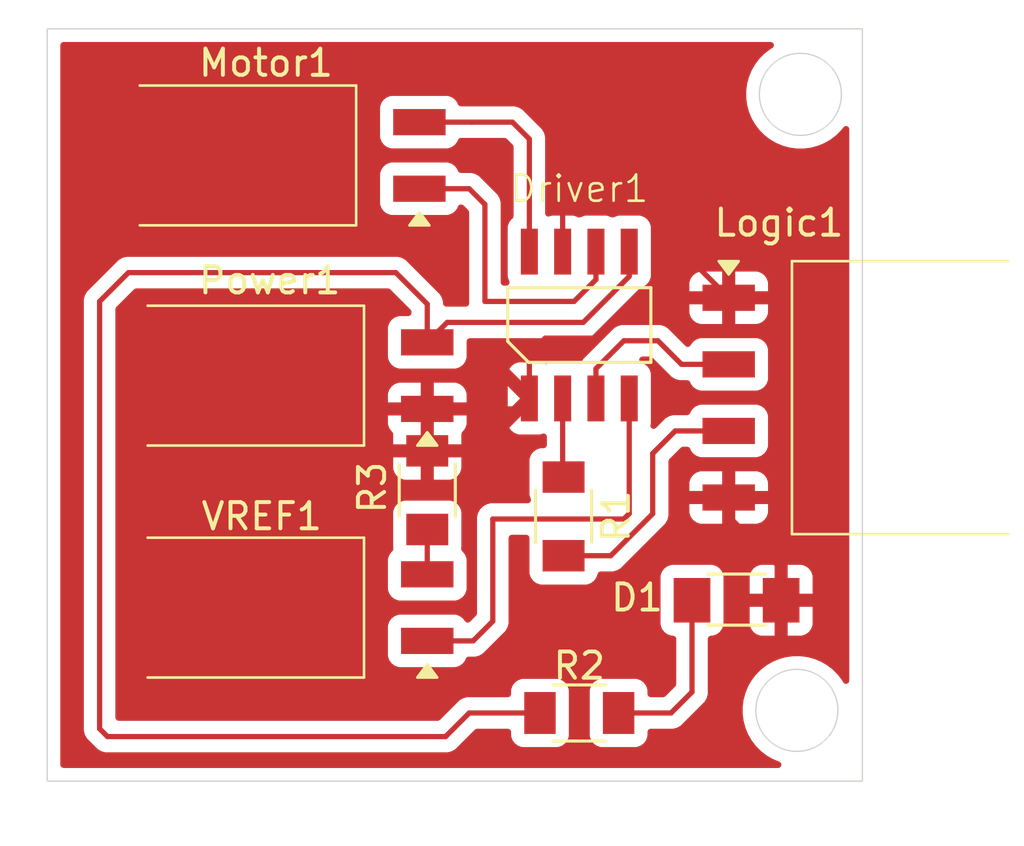
<source format=kicad_pcb>
(kicad_pcb (version 20241229) (generator "pcbnew") (generator_version "9.0")
  (layers (0 "F.Cu" signal) (2 "B.Cu" signal) (13 "F.Paste" user) (15 "B.Paste" user) (5 "F.SilkS" user "F.Silkscreen") (7 "B.SilkS" user "B.Silkscreen") (1 "F.Mask" user) (3 "B.Mask" user) (25 "Edge.Cuts" user))
  (net 0 "")
  (net 1 "Net-(D1-A)")
  (net 2 "GND")
  (net 3 "VCC")
  (net 4 "Net-(Logic1-Pad3)")
  (net 5 "Net-(VREF1-Pin_2)")
  (net 6 "Net-(Driver1-VREF)")
  (net 7 "Net-(Driver1-IN2)")
  (net 8 "Net-(Driver1-IN1)")
  (net 9 "Net-(Driver1-OUT1)")
  (net 10 "Net-(Driver1-OUT2)")
  (footprint "Fab Academy 2025:PinSocket_01x04_P2.54mm_Horizontal_SMD" (layer "F.Cu") (at 134.1 42.26)
    (property "Reference" "Logic1" (at -0.635 -2.86 180) (layer "F.SilkS") (effects (justify left)))
    (property "Value" "Logic1")
    (fp_line (start 2.413 -1.397) (end 2.413 9.017) (stroke (width 0.1)) (layer "F.SilkS"))
    (fp_line (start 2.413 9.017) (end 10.668 9.017) (stroke (width 0.1)) (layer "F.SilkS"))
    (fp_line (start 10.668 -1.397) (end 2.413 -1.397) (stroke (width 0.1)) (layer "F.SilkS"))
    (fp_poly (pts (xy 0 -0.889) (xy -0.381 -1.397) (xy 0.381 -1.397)) (stroke (width 0.1)) (fill yes) (layer "F.SilkS"))
    (pad "1" smd rect (at 0 0) (size 2 1) (layers "F.Cu" "F.Mask" "F.Paste") (net 2 "GND"))
    (pad "2" smd rect (at 0 2.54) (size 2 1) (layers "F.Cu" "F.Mask" "F.Paste") (net 8 "Net-(Driver1-IN1)"))
    (pad "3" smd rect (at 0 5.08) (size 2 1) (layers "F.Cu" "F.Mask" "F.Paste") (net 4 "Net-(Logic1-Pad3)"))
    (pad "4" smd rect (at 0 7.62) (size 2 1) (layers "F.Cu" "F.Mask" "F.Paste") (net 2 "GND"))
  )
  (footprint "Fab Academy 2025:PinSocket_01x02_P2.54mm_Horizontal_SMD" (layer "F.Cu") (at 122.6 55.35 180)
    (property "Reference" "VREF1" (at 8.7 4.75 0) (layer "F.SilkS") (effects (justify left)))
    (property "Value" "PinHeader_01x02_P2.54mm_Vertical_THT_D1mm" (hide yes))
    (fp_line (start 10.668 -1.397) (end 2.413 -1.397) (stroke (width 0.1)) (layer "F.SilkS"))
    (fp_line (start 2.413 3.937) (end 10.668 3.937) (stroke (width 0.1)) (layer "F.SilkS"))
    (fp_line (start 2.413 -1.397) (end 2.413 3.937) (stroke (width 0.1)) (layer "F.SilkS"))
    (fp_poly (pts (xy 0 -0.889) (xy -0.381 -1.397) (xy 0.381 -1.397)) (stroke (width 0.1)) (fill yes) (layer "F.SilkS"))
    (pad "1" smd rect (at 0 0 180) (size 2 1) (layers "F.Cu" "F.Mask" "F.Paste") (net 6 "Net-(Driver1-VREF)"))
    (pad "2" smd rect (at 0 2.54 180) (size 2 1) (layers "F.Cu" "F.Mask" "F.Paste") (net 5 "Net-(VREF1-Pin_2)"))
  )
  (footprint "Fab Academy 2025:MotorDriver_BLDC_Allegro_A4949GLJTR-6-T" (layer "F.Cu") (at 128.4 43.3)
    (property "Reference" "Driver1" (at 0 -5.2 0) (layer "F.SilkS") (effects (font (thickness 0.1))))
    (property "Value" "MotorDriver_FullBridge_A4953" (hide yes))
    (fp_line (start -2.73 -1.425) (end 2.73 -1.425) (stroke (width 0.12)) (layer "F.SilkS"))
    (fp_line (start -2.73 0.625) (end -2.73 -1.425) (stroke (width 0.12)) (layer "F.SilkS"))
    (fp_line (start -1.93 1.425) (end -2.73 0.625) (stroke (width 0.12)) (layer "F.SilkS"))
    (fp_line (start 2.73 -1.425) (end 2.73 1.425) (stroke (width 0.12)) (layer "F.SilkS"))
    (fp_line (start 2.73 1.425) (end -1.93 1.425) (stroke (width 0.12)) (layer "F.SilkS"))
    (pad "1" smd rect (at -1.905 2.8) (size 0.65 1.75) (layers "F.Cu" "F.Mask" "F.Paste") (net 2 "GND"))
    (pad "2" smd rect (at -0.635 2.8) (size 0.65 1.75) (layers "F.Cu" "F.Mask" "F.Paste") (net 7 "Net-(Driver1-IN2)"))
    (pad "3" smd rect (at 0.635 2.8) (size 0.65 1.75) (layers "F.Cu" "F.Mask" "F.Paste") (net 8 "Net-(Driver1-IN1)"))
    (pad "4" smd rect (at 1.905 2.8) (size 0.65 1.75) (layers "F.Cu" "F.Mask" "F.Paste") (net 6 "Net-(Driver1-VREF)"))
    (pad "5" smd rect (at 1.905 -2.8) (size 0.65 1.75) (layers "F.Cu" "F.Mask" "F.Paste") (net 3 "VCC"))
    (pad "6" smd rect (at 0.635 -2.8) (size 0.65 1.75) (layers "F.Cu" "F.Mask" "F.Paste") (net 9 "Net-(Driver1-OUT1)"))
    (pad "7" smd rect (at -0.635 -2.8) (size 0.65 1.75) (layers "F.Cu" "F.Mask" "F.Paste") (net 2 "GND"))
    (pad "8" smd rect (at -1.905 -2.8) (size 0.65 1.75) (layers "F.Cu" "F.Mask" "F.Paste") (net 10 "Net-(Driver1-OUT2)"))
  )
  (footprint "Fab Academy 2025:R_1206" (layer "F.Cu") (at 127.8 50.6 90)
    (property "Reference" "R1" (at 0 2 90) (layer "F.SilkS"))
    (property "Value" "R_1206" (hide yes))
    (fp_line (start -1 -1.07) (end 1 -1.07) (stroke (width 0.12)) (layer "F.SilkS"))
    (fp_line (start 1 1.07) (end -1 1.07) (stroke (width 0.12)) (layer "F.SilkS"))
    (pad "1" smd rect (at -1.5 0 90) (size 1.2 1.6) (layers "F.Cu" "F.Mask" "F.Paste") (net 4 "Net-(Logic1-Pad3)"))
    (pad "2" smd rect (at 1.5 0 90) (size 1.2 1.6) (layers "F.Cu" "F.Mask" "F.Paste") (net 7 "Net-(Driver1-IN2)"))
  )
  (footprint "Fab Academy 2025:PinSocket_01x02_P2.54mm_Horizontal_SMD" (layer "F.Cu") (at 122.3 38.1 180)
    (property "Reference" "Motor1" (at 8.5 4.8 0) (layer "F.SilkS") (effects (justify left)))
    (property "Value" "PinSocket_01x02_P2.54mm_Horizontal_SMD" (hide yes))
    (fp_line (start 10.668 -1.397) (end 2.413 -1.397) (stroke (width 0.1)) (layer "F.SilkS"))
    (fp_line (start 2.413 3.937) (end 10.668 3.937) (stroke (width 0.1)) (layer "F.SilkS"))
    (fp_line (start 2.413 -1.397) (end 2.413 3.937) (stroke (width 0.1)) (layer "F.SilkS"))
    (fp_poly (pts (xy 0 -0.889) (xy -0.381 -1.397) (xy 0.381 -1.397)) (stroke (width 0.1)) (fill yes) (layer "F.SilkS"))
    (pad "1" smd rect (at 0 0 180) (size 2 1) (layers "F.Cu" "F.Mask" "F.Paste") (net 9 "Net-(Driver1-OUT1)"))
    (pad "2" smd rect (at 0 2.54 180) (size 2 1) (layers "F.Cu" "F.Mask" "F.Paste") (net 10 "Net-(Driver1-OUT2)"))
  )
  (footprint "Fab Academy 2025:R_1206" (layer "F.Cu") (at 122.6 49.6 -90)
    (property "Reference" "R3" (at -0.1 2.1 90) (layer "F.SilkS"))
    (property "Value" "R_1206")
    (fp_line (start 1 1.07) (end -1 1.07) (stroke (width 0.12)) (layer "F.SilkS"))
    (fp_line (start -1 -1.07) (end 1 -1.07) (stroke (width 0.12)) (layer "F.SilkS"))
    (pad "1" smd rect (at -1.5 0 270) (size 1.2 1.6) (layers "F.Cu" "F.Mask" "F.Paste") (net 2 "GND"))
    (pad "2" smd rect (at 1.5 0 270) (size 1.2 1.6) (layers "F.Cu" "F.Mask" "F.Paste") (net 5 "Net-(VREF1-Pin_2)"))
  )
  (footprint "Fab Academy 2025:PinSocket_01x02_P2.54mm_Horizontal_SMD" (layer "F.Cu") (at 122.6 46.5 180)
    (property "Reference" "Power1" (at 8.8 4.9 0) (layer "F.SilkS") (effects (justify left)))
    (property "Value" "PinHeader_01x02_P2.54mm_Vertical_THT_D1mm" (hide yes))
    (fp_line (start 10.668 -1.397) (end 2.413 -1.397) (stroke (width 0.1)) (layer "F.SilkS"))
    (fp_line (start 2.413 3.937) (end 10.668 3.937) (stroke (width 0.1)) (layer "F.SilkS"))
    (fp_line (start 2.413 -1.397) (end 2.413 3.937) (stroke (width 0.1)) (layer "F.SilkS"))
    (fp_poly (pts (xy 0 -0.889) (xy -0.381 -1.397) (xy 0.381 -1.397)) (stroke (width 0.1)) (fill yes) (layer "F.SilkS"))
    (pad "1" smd rect (at 0 0 180) (size 2 1) (layers "F.Cu" "F.Mask" "F.Paste") (net 2 "GND"))
    (pad "2" smd rect (at 0 2.54 180) (size 2 1) (layers "F.Cu" "F.Mask" "F.Paste") (net 3 "VCC"))
  )
  (footprint "Fab Academy 2025:LED_1206" (layer "F.Cu") (at 134.4 53.8 180)
    (property "Reference" "D1" (at 3.8 0.1 0) (layer "F.SilkS"))
    (property "Value" "LED_1206" (hide yes))
    (fp_line (start -1.1 1) (end 1.1 1) (stroke (width 0.12)) (layer "F.SilkS"))
    (fp_line (start -1.1 -0.95) (end 1.1 -0.95) (stroke (width 0.12)) (layer "F.SilkS"))
    (pad "1" smd rect (at -1.7 0 180) (size 1.4 1.7) (layers "F.Cu" "F.Mask" "F.Paste") (net 2 "GND"))
    (pad "2" smd rect (at 1.7 0 180) (size 1.4 1.7) (layers "F.Cu" "F.Mask" "F.Paste") (net 1 "Net-(D1-A)"))
  )
  (footprint "Fab Academy 2025:R_1206" (layer "F.Cu") (at 128.4 58.1 180)
    (property "Reference" "R2" (at 0 1.8 0) (layer "F.SilkS"))
    (property "Value" "R_1206")
    (fp_line (start 1 1.07) (end -1 1.07) (stroke (width 0.12)) (layer "F.SilkS"))
    (fp_line (start -1 -1.07) (end 1 -1.07) (stroke (width 0.12)) (layer "F.SilkS"))
    (pad "1" smd rect (at -1.5 0 180) (size 1.2 1.6) (layers "F.Cu" "F.Mask" "F.Paste") (net 1 "Net-(D1-A)"))
    (pad "2" smd rect (at 1.5 0 180) (size 1.2 1.6) (layers "F.Cu" "F.Mask" "F.Paste") (net 3 "VCC"))
  )
  (gr_circle (center 136.834752 34.5) (end 138.234752 35.2) (stroke (width 0.05)) (fill no) (layer "Edge.Cuts"))
  (gr_rect (start 108.1 32) (end 139.2 60.7) (stroke (width 0.05)) (fill no) (layer "Edge.Cuts"))
  (gr_circle (center 136.7 58) (end 138.1 58.7) (stroke (width 0.05)) (fill no) (layer "Edge.Cuts"))
  (segment (start 132.565 53.665) (end 132.7 53.8) (width 0.2) (layer "F.Cu") (net 1))
  (segment (start 131.9 58.1) (end 132.7 57.3) (width 0.2) (layer "F.Cu") (net 1))
  (segment (start 132.7 57.3) (end 132.7 53.8) (width 0.2) (layer "F.Cu") (net 1))
  (segment (start 129.9 58.1) (end 131.9 58.1) (width 0.2) (layer "F.Cu") (net 1))
  (segment (start 138 43.2) (end 137.06 42.26) (width 0.2) (layer "F.Cu") (net 2))
  (segment (start 127.765 40.5) (end 127.765 38.635) (width 0.2) (layer "F.Cu") (net 2))
  (segment (start 122.6 48.1) (end 122.6 46.5) (width 0.2) (layer "F.Cu") (net 2))
  (segment (start 126.095 46.5) (end 126.495 46.1) (width 0.2) (layer "F.Cu") (net 2))
  (segment (start 136.22 49.88) (end 138 48.1) (width 0.2) (layer "F.Cu") (net 2))
  (segment (start 137.06 42.26) (end 134.1 42.26) (width 0.2) (layer "F.Cu") (net 2))
  (segment (start 126.495 44.405) (end 127.1 43.8) (width 0.2) (layer "F.Cu") (net 2))
  (segment (start 138 48.1) (end 138 43.2) (width 0.2) (layer "F.Cu") (net 2))
  (segment (start 127.1 43.8) (end 129.1 43.8) (width 0.2) (layer "F.Cu") (net 2))
  (segment (start 127.765 38.635) (end 128.5 37.9) (width 0.2) (layer "F.Cu") (net 2))
  (segment (start 136.1 53.8) (end 136.1 52.6) (width 0.2) (layer "F.Cu") (net 2))
  (segment (start 122.6 46.5) (end 126.095 46.5) (width 0.2) (layer "F.Cu") (net 2))
  (segment (start 126.495 46.1) (end 126.495 44.405) (width 0.2) (layer "F.Cu") (net 2))
  (segment (start 131.95 40.95) (end 132.79 40.95) (width 0.2) (layer "F.Cu") (net 2))
  (segment (start 131.95 38.45) (end 131.4 37.9) (width 0.2) (layer "F.Cu") (net 2))
  (segment (start 134.1 50.6) (end 134.1 49.88) (width 0.2) (layer "F.Cu") (net 2))
  (segment (start 134.1 49.88) (end 136.22 49.88) (width 0.2) (layer "F.Cu") (net 2))
  (segment (start 128.5 37.9) (end 131.4 37.9) (width 0.2) (layer "F.Cu") (net 2))
  (segment (start 131.95 40.95) (end 131.95 38.45) (width 0.2) (layer "F.Cu") (net 2))
  (segment (start 132.79 40.95) (end 134.1 42.26) (width 0.2) (layer "F.Cu") (net 2))
  (segment (start 129.1 43.8) (end 131.95 40.95) (width 0.2) (layer "F.Cu") (net 2))
  (segment (start 136.1 52.6) (end 134.1 50.6) (width 0.2) (layer "F.Cu") (net 2))
  (segment (start 124.2 58.1) (end 126.9 58.1) (width 0.2) (layer "F.Cu") (net 3))
  (segment (start 123.36 43.2) (end 128.55 43.2) (width 0.2) (layer "F.Cu") (net 3))
  (segment (start 111.2 41.3) (end 121.4 41.3) (width 0.2) (layer "F.Cu") (net 3))
  (segment (start 130.305 41.445) (end 130.305 40.5) (width 0.2) (layer "F.Cu") (net 3))
  (segment (start 123.3 59) (end 110.4 59) (width 0.2) (layer "F.Cu") (net 3))
  (segment (start 121.4 41.3) (end 122.6 42.5) (width 0.2) (layer "F.Cu") (net 3))
  (segment (start 122.6 42.5) (end 122.6 43.96) (width 0.2) (layer "F.Cu") (net 3))
  (segment (start 110.4 59) (end 110.1 58.7) (width 0.2) (layer "F.Cu") (net 3))
  (segment (start 110.1 42.4) (end 111.2 41.3) (width 0.2) (layer "F.Cu") (net 3))
  (segment (start 122.6 43.96) (end 123.36 43.2) (width 0.2) (layer "F.Cu") (net 3))
  (segment (start 110.1 58.7) (end 110.1 42.4) (width 0.2) (layer "F.Cu") (net 3))
  (segment (start 123.3 59) (end 124.2 58.1) (width 0.2) (layer "F.Cu") (net 3))
  (segment (start 128.55 43.2) (end 130.305 41.445) (width 0.2) (layer "F.Cu") (net 3))
  (segment (start 127.8 52.1) (end 129.6 52.1) (width 0.2) (layer "F.Cu") (net 4))
  (segment (start 129.6 52.1) (end 131.2 50.5) (width 0.2) (layer "F.Cu") (net 4))
  (segment (start 131.2 48.2) (end 132.06 47.34) (width 0.2) (layer "F.Cu") (net 4))
  (segment (start 131.2 50.5) (end 131.2 48.2) (width 0.2) (layer "F.Cu") (net 4))
  (segment (start 132.06 47.34) (end 134.1 47.34) (width 0.2) (layer "F.Cu") (net 4))
  (segment (start 122.6 52.81) (end 122.6 51.1) (width 0.2) (layer "F.Cu") (net 5))
  (segment (start 122.6 55.35) (end 124.35 55.35) (width 0.2) (layer "F.Cu") (net 6))
  (segment (start 124.35 55.35) (end 125.1 54.6) (width 0.2) (layer "F.Cu") (net 6))
  (segment (start 130.1 50.7) (end 130.305 50.495) (width 0.2) (layer "F.Cu") (net 6))
  (segment (start 130.305 50.495) (end 130.305 46.1) (width 0.2) (layer "F.Cu") (net 6))
  (segment (start 125.1 54.6) (end 125.1 50.7) (width 0.2) (layer "F.Cu") (net 6))
  (segment (start 125.1 50.7) (end 130.1 50.7) (width 0.2) (layer "F.Cu") (net 6))
  (segment (start 127.765 46.1) (end 127.765 49.065) (width 0.2) (layer "F.Cu") (net 7))
  (segment (start 127.765 49.065) (end 127.8 49.1) (width 0.2) (layer "F.Cu") (net 7))
  (segment (start 130.1 43.9) (end 131.4 43.9) (width 0.2) (layer "F.Cu") (net 8))
  (segment (start 131.4 43.9) (end 132.3 44.8) (width 0.2) (layer "F.Cu") (net 8))
  (segment (start 129.035 46.1) (end 129.035 44.965) (width 0.2) (layer "F.Cu") (net 8))
  (segment (start 132.3 44.8) (end 134.1 44.8) (width 0.2) (layer "F.Cu") (net 8))
  (segment (start 129.035 44.965) (end 130.1 43.9) (width 0.2) (layer "F.Cu") (net 8))
  (segment (start 129.035 41.565) (end 129.035 40.5) (width 0.2) (layer "F.Cu") (net 9))
  (segment (start 124.2 38.1) (end 124.8 38.7) (width 0.2) (layer "F.Cu") (net 9))
  (segment (start 122.3 38.1) (end 124.2 38.1) (width 0.2) (layer "F.Cu") (net 9))
  (segment (start 128.2 42.4) (end 129.035 41.565) (width 0.2) (layer "F.Cu") (net 9))
  (segment (start 124.8 38.7) (end 124.8 42.4) (width 0.2) (layer "F.Cu") (net 9))
  (segment (start 124.8 42.4) (end 128.2 42.4) (width 0.2) (layer "F.Cu") (net 9))
  (segment (start 126.495 36.205) (end 126.495 40.5) (width 0.2) (layer "F.Cu") (net 10))
  (segment (start 122.3 35.56) (end 124.3 35.56) (width 0.2) (layer "F.Cu") (net 10))
  (segment (start 125.85 35.56) (end 124.3 35.56) (width 0.2) (layer "F.Cu") (net 10))
  (segment (start 126.495 36.205) (end 125.85 35.56) (width 0.2) (layer "F.Cu") (net 10))
  (zone (net 2) (net_name "GND") (layer "F.Cu") (connect_pads (clearance 0.5)) (min_thickness 0.25) (fill yes (thermal_gap 0.5) (thermal_bridge_width 0.5))
    (polygon (pts (xy 106.9 31.2) (xy 140.5 30.9) (xy 140.8 62.8) (xy 106.3 63.2)))
  )
)
</source>
